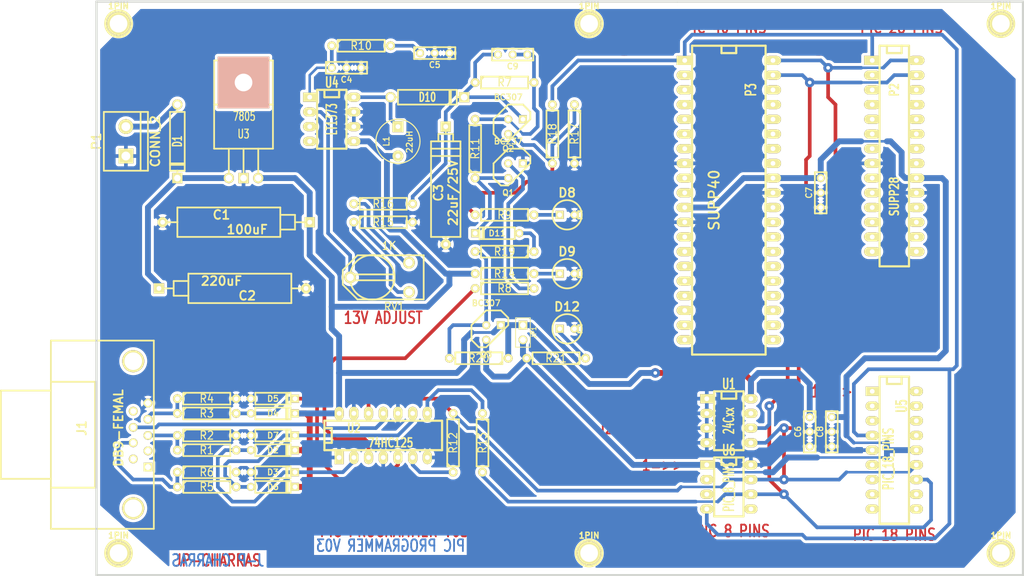
<source format=kicad_pcb>
(kicad_pcb (version 20221018) (generator pcbnew)
  (title_block (title "SERIAL PIC PROGRAMMER"))
  (layers (0 "F.Cu" signal "Composant") (31 "B.Cu" signal "Cuivre") (34 "B.Paste" user) (35 "F.Paste" user) (36 "B.SilkS" user "B.Silkscreen") (37 "F.SilkS" user "F.Silkscreen") (38 "B.Mask" user) (39 "F.Mask" user) (44 "Edge.Cuts" user))
  (net 0 "")
  (net 1 "/pic_programmer/CTS")
  (net 2 "/pic_programmer/TXD")
  (net 3 "GND")
  (net 4 "VCC")
  (net 5 "VPP")
  (net 6 "VCC_PIC")
  (net 7 "/pic_programmer/DTR")
  (net 8 "/pic_programmer/PC-CLOCK-OUT")
  (net 9 "VPP-MCLR")
  (net 10 "CLOCK-RB6")
  (net 11 "DATA-RB7")
  (net 12 "Net-(C2-Pad1)")
  (net 13 "Net-(C4-Pad1)")
  (net 14 "Net-(C5-Pad1)")
  (net 15 "Net-(C9-Pad2)")
  (net 16 "Net-(D1-Pad1)")
  (net 17 "Net-(D2-Pad1)")
  (net 18 "Net-(D4-Pad1)")
  (net 19 "Net-(D6-Pad1)")
  (net 20 "Net-(D8-Pad1)")
  (net 21 "Net-(D9-Pad1)")
  (net 22 "Net-(D10-Pad1)")
  (net 23 "Net-(D11-Pad2)")
  (net 24 "Net-(D11-Pad1)")
  (net 25 "Net-(D12-Pad1)")
  (net 26 "Net-(Q1-Pad2)")
  (net 27 "Net-(Q2-Pad3)")
  (net 28 "Net-(Q3-Pad2)")
  (net 29 "Net-(R8-Pad1)")
  (net 30 "Net-(R12-Pad1)")
  (net 31 "Net-(R13-Pad1)")
  (net 32 "Net-(R15-Pad1)")
  (net 33 "Net-(R16-Pad1)")
  (net 34 "Net-(RV1-Pad2)")
  (footprint "40DIP-ELL600" (layer "F.Cu") (at 182.88 74.93 -90)
    (fp_text reference "P3")
    (fp_text value "SUPP40")
  )
  (footprint "1pin" (layer "F.Cu") (at 229.87 44.45)
    (fp_text reference "1PIN")
    (fp_text value "P***" hide)
  )
  (footprint "1pin" (layer "F.Cu") (at 229.87 135.89)
    (fp_text reference "1PIN")
    (fp_text value "P***" hide)
  )
  (footprint "1pin" (layer "F.Cu") (at 77.47 44.45)
    (fp_text reference "1PIN")
    (fp_text value "P***" hide)
  )
  (footprint "1pin" (layer "F.Cu") (at 77.47 135.89)
    (fp_text reference "1PIN")
    (fp_text value "P***" hide)
  )
  (footprint "1pin" (layer "F.Cu") (at 158.75 135.89)
    (fp_text reference "1PIN")
    (fp_text value "P***" hide)
  )
  (footprint "1pin" (layer "F.Cu") (at 158.75 44.45)
    (fp_text reference "1PIN")
    (fp_text value "P***" hide)
  )
  (footprint "28DIP-ELL300" (layer "F.Cu") (at 211.455 67.31 -90)
    (fp_text reference "P2")
    (fp_text value "SUPP28")
  )
  (footprint "discret:CP10" (layer "F.Cu") (at 97.79 78.74 180)
    (fp_text reference "C1")
    (fp_text value "100uF")
  )
  (footprint "discret:CP10" (layer "F.Cu") (at 97.155 90.17)
    (fp_text reference "C2")
    (fp_text value "220uF")
  )
  (footprint "discret:CP8" (layer "F.Cu") (at 133.985 72.39 -90)
    (fp_text reference "C3")
    (fp_text value "22uF/25V")
  )
  (footprint "discret:C1-1" (layer "F.Cu") (at 116.84 52.07)
    (fp_text reference "C4")
    (fp_text value "0" hide)
  )
  (footprint "discret:C1-1" (layer "F.Cu") (at 132.08 49.53)
    (fp_text reference "C5")
    (fp_text value "10nF" hide)
  )
  (footprint "discret:C1-1" (layer "F.Cu") (at 196.85 114.935 -90)
    (fp_text reference "C6")
    (fp_text value "100nF" hide)
  )
  (footprint "discret:C1-1" (layer "F.Cu") (at 198.755 73.66 -90)
    (fp_text reference "C7")
    (fp_text value "100nF" hide)
  )
  (footprint "discret:C1-1" (layer "F.Cu") (at 200.66 114.935 -90)
    (fp_text reference "C8")
    (fp_text value "100nF" hide)
  )
  (footprint "discret:C1-1" (layer "F.Cu") (at 145.542 49.784)
    (fp_text reference "C9")
    (fp_text value "22OnF" hide)
  )
  (footprint "discret:D5" (layer "F.Cu") (at 87.63 64.77 -90)
    (fp_text reference "D1")
    (fp_text value "1N4004" hide)
  )
  (footprint "discret:D3" (layer "F.Cu") (at 104.14 118.11)
    (fp_text reference "D2")
    (fp_text value "BAT43" hide)
  )
  (footprint "discret:D3" (layer "F.Cu") (at 104.14 121.92)
    (fp_text reference "D3")
    (fp_text value "BAT43" hide)
  )
  (footprint "discret:D3" (layer "F.Cu") (at 104.14 111.76)
    (fp_text reference "D4")
    (fp_text value "BAT43" hide)
  )
  (footprint "discret:D3" (layer "F.Cu") (at 104.14 109.22)
    (fp_text reference "D5")
    (fp_text value "BAT43" hide)
  )
  (footprint "discret:D3" (layer "F.Cu") (at 104.14 124.46)
    (fp_text reference "D6")
    (fp_text value "BAT43" hide)
  )
  (footprint "discret:D3" (layer "F.Cu") (at 104.14 115.57)
    (fp_text reference "D7")
    (fp_text value "BAT43" hide)
  )
  (footprint "discret:LEDV" (layer "F.Cu") (at 154.94 77.47)
    (fp_text reference "D8")
    (fp_text value "RED-LED" hide)
  )
  (footprint "discret:LEDV" (layer "F.Cu") (at 154.94 87.63)
    (fp_text reference "D9")
    (fp_text value "GREEN-LED" hide)
  )
  (footprint "discret:D5" (layer "F.Cu") (at 130.81 57.15)
    (fp_text reference "D10")
    (fp_text value "SCHOTTKY" hide)
  )
  (footprint "discret:D3" (layer "F.Cu") (at 142.875 80.645 180)
    (fp_text reference "D11")
    (fp_text value "BAT43" hide)
  )
  (footprint "discret:LEDV" (layer "F.Cu") (at 154.94 97.155)
    (fp_text reference "D12")
    (fp_text value "YELLOW-LED" hide)
  )
  (footprint "connect:DB9FC" (layer "F.Cu") (at 81.28 115.57 90)
    (fp_text reference "J1")
    (fp_text value "DB9-FEMAL")
  )
  (footprint "pin_array:PIN_ARRAY_2X1" (layer "F.Cu") (at 147.32 97.79 -90)
    (fp_text reference "JP1")
    (fp_text value "JUMPER" hide)
  )
  (footprint "inductors:INDUCTOR_V" (layer "F.Cu") (at 125.73 64.77 -90)
    (fp_text reference "L1")
    (fp_text value "22uH")
  )
  (footprint "connect:bornier2" (layer "F.Cu") (at 78.74 64.77 90)
    (fp_text reference "P1")
    (fp_text value "CONN_2")
  )
  (footprint "discret:TO92" (layer "F.Cu") (at 146.05 69.85)
    (fp_text reference "Q1")
    (fp_text value "BC237")
  )
  (footprint "discret:TO92" (layer "F.Cu") (at 146.05 62.23)
    (fp_text reference "Q2")
    (fp_text value "BC307")
  )
  (footprint "discret:TO92" (layer "F.Cu") (at 142.24 97.79)
    (fp_text reference "Q3")
    (fp_text value "BC307")
  )
  (footprint "discret:R4" (layer "F.Cu") (at 92.71 118.11)
    (fp_text reference "R1")
    (fp_text value "10K" hide)
  )
  (footprint "discret:R4" (layer "F.Cu") (at 92.71 115.57)
    (fp_text reference "R2")
    (fp_text value "10K" hide)
  )
  (footprint "discret:R4" (layer "F.Cu") (at 92.71 111.76)
    (fp_text reference "R3")
    (fp_text value "10K" hide)
  )
  (footprint "discret:R4" (layer "F.Cu") (at 92.71 109.22)
    (fp_text reference "R4")
    (fp_text value "10K" hide)
  )
  (footprint "discret:R4" (layer "F.Cu") (at 92.71 124.46)
    (fp_text reference "R5")
    (fp_text value "10K" hide)
  )
  (footprint "discret:R4" (layer "F.Cu") (at 92.71 121.92)
    (fp_text reference "R6")
    (fp_text value "10K" hide)
  )
  (footprint "discret:R4" (layer "F.Cu") (at 144.145 54.61)
    (fp_text reference "R7")
    (fp_text value "10K" hide)
  )
  (footprint "discret:R4" (layer "F.Cu") (at 144.145 90.17)
    (fp_text reference "R8")
    (fp_text value "1K" hide)
  )
  (footprint "discret:R4" (layer "F.Cu") (at 144.145 77.47)
    (fp_text reference "R9")
    (fp_text value "2.2K" hide)
  )
  (footprint "discret:R4" (layer "F.Cu") (at 119.38 48.26)
    (fp_text reference "R10")
    (fp_text value "5,1K" hide)
  )
  (footprint "discret:R4" (layer "F.Cu") (at 139.065 66.04 90)
    (fp_text reference "R11")
    (fp_text value "22K" hide)
  )
  (footprint "discret:R4" (layer "F.Cu") (at 135.255 116.84 90)
    (fp_text reference "R12")
    (fp_text value "470" hide)
  )
  (footprint "discret:R4" (layer "F.Cu") (at 140.335 116.84 -90)
    (fp_text reference "R13")
    (fp_text value "470" hide)
  )
  (footprint "discret:R4" (layer "F.Cu") (at 144.145 87.63)
    (fp_text reference "R14")
    (fp_text value "470" hide)
  )
  (footprint "discret:R4" (layer "F.Cu") (at 123.19 78.74)
    (fp_text reference "R15")
    (fp_text value "6.2K" hide)
  )
  (footprint "discret:R4" (layer "F.Cu") (at 123.19 75.565)
    (fp_text reference "R16")
    (fp_text value "62K" hide)
  )
  (footprint "discret:R4" (layer "F.Cu") (at 156.21 63.5 -90)
    (fp_text reference "R17")
    (fp_text value "22K" hide)
  )
  (footprint "discret:R4" (layer "F.Cu") (at 152.4 63.5 90)
    (fp_text reference "R18")
    (fp_text value "220" hide)
  )
  (footprint "discret:R4" (layer "F.Cu") (at 144.145 83.82 180)
    (fp_text reference "R19")
    (fp_text value "2.2K" hide)
  )
  (footprint "discret:R4" (layer "F.Cu") (at 139.7 102.235 180)
    (fp_text reference "R20")
    (fp_text value "2.2K" hide)
  )
  (footprint "discret:R4" (layer "F.Cu") (at 153.035 102.235 180)
    (fp_text reference "R21")
    (fp_text value "470" hide)
  )
  (footprint "discret:RV2X4" (layer "F.Cu") (at 122.555 88.265 180)
    (fp_text reference "RV1")
    (fp_text value "1K")
  )
  (footprint "dip_sockets:DIP-8__300_ELL" (layer "F.Cu") (at 182.88 113.03 -90)
    (fp_text reference "U1")
    (fp_text value "24Cxx")
  )
  (footprint "dip_sockets:DIP-14__300_ELL" (layer "F.Cu") (at 123.19 115.57)
    (fp_text reference "U2")
    (fp_text value "74HC125")
  )
  (footprint "discret:LM78XX" (layer "F.Cu") (at 99.06 71.12 90)
    (fp_text reference "U3")
    (fp_text value "7805")
  )
  (footprint "dip_sockets:DIP-8__300_ELL" (layer "F.Cu") (at 114.3 60.96 -90)
    (fp_text reference "U4")
    (fp_text value "LT1373")
  )
  (footprint "dip_sockets:DIP-18__300_ELL" (layer "F.Cu") (at 211.455 118.11 -90)
    (fp_text reference "U5")
    (fp_text value "PIC_18_PINS")
  )
  (footprint "dip_sockets:DIP-8__300_ELL" (layer "F.Cu") (at 182.88 124.46 -90)
    (fp_text reference "U6")
    (fp_text value "PIC_8_PINS")
  )
  (gr_line (start 173.99 40.64) (end 233.68 40.64) (stroke (width 0.381)) (layer "Edge.Cuts"))
  (gr_line (start 233.68 40.64) (end 233.68 139.7) (stroke (width 0.381)) (layer "Edge.Cuts"))
  (gr_line (start 233.68 139.7) (end 73.66 139.7) (stroke (width 0.381)) (layer "Edge.Cuts"))
  (gr_line (start 73.66 40.64) (end 173.99 40.64) (stroke (width 0.381)) (layer "Edge.Cuts"))
  (gr_line (start 73.66 139.7) (end 73.66 40.64) (stroke (width 0.381)) (layer "Edge.Cuts"))
  (gr_text "PIC 18 PINS" (at 211.455 132.715) (layer "F.Cu") (effects (font (size 2.032 1.524) (thickness 0.3048))))
  (gr_text "PIC PROGRAMMER V03" (at 125.095 132.08) (layer "F.Cu") (effects (font (size 2.032 1.524) (thickness 0.3048))))
  (gr_text "+8/12V" (at 80.01 57.15) (layer "F.Cu") (effects (font (size 2.032 1.524) (thickness 0.3048))))
  (gr_text "13V ADJUST" (at 123.19 95.25) (layer "F.Cu") (effects (font (size 2.032 1.524) (thickness 0.3048))))
  (gr_text "VPP ON" (at 163.195 80.645) (layer "F.Cu") (effects (font (size 2.032 1.524) (thickness 0.3048))))
  (gr_text "1=>>" (at 201.295 48.895) (layer "F.Cu") (effects (font (size 2.032 1.524) (thickness 0.3048))))
  (gr_text "PIC 40 PINS" (at 182.245 45.085) (layer "F.Cu") (effects (font (size 2.032 1.524) (thickness 0.3048))))
  (gr_text "1=>>" (at 167.64 48.895) (layer "F.Cu") (effects (font (size 2.032 1.524) (thickness 0.3048))))
  (gr_text "1=>>" (at 200.66 107.95) (layer "F.Cu") (effects (font (size 2.032 1.524) (thickness 0.3048))))
  (gr_text "VCC ON" (at 163.83 98.425) (layer "F.Cu") (effects (font (size 2.032 1.524) (thickness 0.3048))))
  (gr_text "I2C PROM" (at 166.37 114.3) (layer "F.Cu") (effects (font (size 2.032 1.524) (thickness 0.3048))))
  (gr_text "PIC 28 PINS" (at 212.725 45.085) (layer "F.Cu") (effects (font (size 2.032 1.524) (thickness 0.3048))))
  (gr_text "1=>>" (at 171.45 109.22) (layer "F.Cu") (effects (font (size 2.032 1.524) (thickness 0.3048))))
  (gr_text "1=>>" (at 171.45 120.65) (layer "F.Cu") (effects (font (size 2.032 1.524) (thickness 0.3048))))
  (gr_text "PWR ON" (at 163.83 88.9) (layer "F.Cu") (effects (font (size 2.032 1.524) (thickness 0.3048))))
  (gr_text "JP-CHARRAS" (at 94.615 137.16) (layer "F.Cu") (effects (font (size 2.032 1.524) (thickness 0.3048))))
  (gr_text "PIC 8 PINS" (at 183.515 132.08) (layer "F.Cu") (effects (font (size 2.032 1.524) (thickness 0.3048))))
  (gr_text "PIC PROGRAMMER V03" (at 124.46 134.62) (layer "B.Cu") (effects (font (size 2.032 1.524) (thickness 0.3048)) (justify mirror)))
  (gr_text "J-P CHARRAS" (at 94.615 137.16) (layer "B.Cu") (effects (font (size 2.032 1.524) (thickness 0.3048)) (justify mirror)))
  (segment (start 84.455 113.665) (end 112.395 113.665) (width 0.635) (layer "B.Cu") (net 1))
  (segment (start 113.03 114.3) (end 121.92 114.3) (width 0.635) (layer "B.Cu") (net 1))
  (segment (start 123.19 113.03) (end 123.19 111.76) (width 0.635) (layer "B.Cu") (net 1))
  (segment (start 80.01 114.173) (end 83.947 114.173) (width 0.635) (layer "B.Cu") (net 1))
  (segment (start 121.92 114.3) (end 123.19 113.03) (width 0.635) (layer "B.Cu") (net 1))
  (segment (start 83.947 114.173) (end 84.455 113.665) (width 0.635) (layer "B.Cu") (net 1))
  (segment (start 112.395 113.665) (end 113.03 114.3) (width 0.635) (layer "B.Cu") (net 1))
  (segment (start 87.63 118.11) (end 87.63 115.57) (width 0.635) (layer "B.Cu") (net 2))
  (segment (start 87.63 115.57) (end 82.55 115.57) (width 0.635) (layer "B.Cu") (net 2))
  (segment (start 170.18 104.775) (end 185.42 104.775) (width 1.016) (layer "F.Cu") (net 4))
  (segment (start 109.22 118.11) (end 107.95 118.11) (width 1.016) (layer "F.Cu") (net 4))
  (segment (start 109.855 111.76) (end 110.49 112.395) (width 1.016) (layer "F.Cu") (net 4))
  (segment (start 110.49 119.38) (end 110.49 123.825) (width 1.016) (layer "F.Cu") (net 4))
  (segment (start 109.855 124.46) (end 107.95 124.46) (width 1.016) (layer "F.Cu") (net 4))
  (segment (start 186.69 106.045) (end 186.69 109.22) (width 1.016) (layer "F.Cu") (net 4))
  (segment (start 107.95 111.76) (end 109.855 111.76) (width 1.016) (layer "F.Cu") (net 4))
  (segment (start 185.42 104.775) (end 186.69 106.045) (width 1.016) (layer "F.Cu") (net 4))
  (segment (start 109.22 118.11) (end 110.49 119.38) (width 1.016) (layer "F.Cu") (net 4))
  (segment (start 110.49 116.84) (end 109.22 118.11) (width 1.016) (layer "F.Cu") (net 4))
  (segment (start 110.49 112.395) (end 110.49 116.84) (width 1.016) (layer "F.Cu") (net 4))
  (segment (start 110.49 123.825) (end 109.855 124.46) (width 1.016) (layer "F.Cu") (net 4))
  (via (at 170.18 104.775) (size 1.651) (drill 0.635) (layers "F.Cu" "B.Cu") (net 4))
  (segment (start 137.16 99.06) (end 137.16 103.505) (width 1.016) (layer "B.Cu") (net 4))
  (segment (start 123.825 67.31) (end 123.19 67.31) (width 1.016) (layer "B.Cu") (net 4))
  (segment (start 144.78 102.235) (end 144.78 96.52) (width 1.016) (layer "B.Cu") (net 4))
  (segment (start 196.85 112.395) (end 196.85 106.68) (width 1.016) (layer "B.Cu") (net 4))
  (segment (start 167.64 104.775) (end 170.18 104.775) (width 1.016) (layer "B.Cu") (net 4))
  (segment (start 142.24 97.79) (end 138.43 97.79) (width 0.4826) (layer "B.Cu") (net 4))
  (segment (start 158.75 106.68) (end 165.735 106.68) (width 1.016) (layer "B.Cu") (net 4))
  (segment (start 134.62 87.63) (end 133.985 87.63) (width 1.016) (layer "B.Cu") (net 4))
  (segment (start 115.57 111.76) (end 115.57 104.775) (width 1.016) (layer "B.Cu") (net 4))
  (segment (start 123.19 67.31) (end 120.65 64.77) (width 1.016) (layer "B.Cu") (net 4))
  (segment (start 133.985 87.63) (end 126.365 80.01) (width 1.016) (layer "B.Cu") (net 4))
  (segment (start 123.825 79.375) (end 123.825 67.31) (width 1.016) (layer "B.Cu") (net 4))
  (segment (start 115.57 98.425) (end 115.57 104.775) (width 1.016) (layer "B.Cu") (net 4))
  (segment (start 144.78 96.52) (end 147.32 96.52) (width 1.016) (layer "B.Cu") (net 4))
  (segment (start 114.3 93.345) (end 130.81 93.345) (width 1.016) (layer "B.Cu") (net 4))
  (segment (start 110.49 84.455) (end 114.3 88.265) (width 1.016) (layer "B.Cu") (net 4))
  (segment (start 126.365 80.01) (end 124.46 80.01) (width 1.016) (layer "B.Cu") (net 4))
  (segment (start 107.95 111.76) (end 115.57 111.76) (width 1.016) (layer "B.Cu") (net 4))
  (segment (start 110.49 78.74) (end 110.49 84.455) (width 1.016) (layer "B.Cu") (net 4))
  (segment (start 118.11 64.77) (end 120.65 64.77) (width 1.016) (layer "B.Cu") (net 4))
  (segment (start 147.32 96.52) (end 148.59 96.52) (width 1.016) (layer "B.Cu") (net 4))
  (segment (start 138.43 97.79) (end 137.16 99.06) (width 1.016) (layer "B.Cu") (net 4))
  (segment (start 124.46 80.01) (end 123.825 79.375) (width 1.016) (layer "B.Cu") (net 4))
  (segment (start 135.89 104.775) (end 115.57 104.775) (width 1.016) (layer "B.Cu") (net 4))
  (segment (start 165.735 106.68) (end 167.64 104.775) (width 1.016) (layer "B.Cu") (net 4))
  (segment (start 110.49 78.74) (end 110.49 73.66) (width 1.016) (layer "B.Cu") (net 4))
  (segment (start 110.49 73.66) (end 107.95 71.12) (width 1.016) (layer "B.Cu") (net 4))
  (segment (start 139.065 87.63) (end 134.62 87.63) (width 1.016) (layer "B.Cu") (net 4))
  (segment (start 143.51 96.52) (end 144.78 96.52) (width 1.016) (layer "B.Cu") (net 4))
  (segment (start 143.51 96.52) (end 142.24 97.79) (width 1.016) (layer "B.Cu") (net 4))
  (segment (start 114.3 93.345) (end 114.3 97.155) (width 1.016) (layer "B.Cu") (net 4))
  (segment (start 148.59 96.52) (end 158.75 106.68) (width 1.016) (layer "B.Cu") (net 4))
  (segment (start 130.81 93.345) (end 134.62 89.535) (width 1.016) (layer "B.Cu") (net 4))
  (segment (start 187.96 104.775) (end 194.945 104.775) (width 1.016) (layer "B.Cu") (net 4))
  (segment (start 134.62 89.535) (end 134.62 87.63) (width 1.016) (layer "B.Cu") (net 4))
  (segment (start 137.16 103.505) (end 135.89 104.775) (width 1.016) (layer "B.Cu") (net 4))
  (segment (start 114.3 88.265) (end 114.3 93.345) (width 1.016) (layer "B.Cu") (net 4))
  (segment (start 196.85 106.68) (end 194.945 104.775) (width 1.016) (layer "B.Cu") (net 4))
  (segment (start 186.69 109.22) (end 186.69 106.045) (width 1.016) (layer "B.Cu") (net 4))
  (segment (start 114.3 97.155) (end 115.57 98.425) (width 1.016) (layer "B.Cu") (net 4))
  (segment (start 186.69 106.045) (end 187.96 104.775) (width 1.016) (layer "B.Cu") (net 4))
  (segment (start 101.6 71.12) (end 107.95 71.12) (width 1.016) (layer "B.Cu") (net 4))
  (segment (start 125.73 67.31) (end 123.825 67.31) (width 1.016) (layer "B.Cu") (net 4))
  (segment (start 133.985 62.23) (end 133.985 68.58) (width 0.635) (layer "B.Cu") (net 5))
  (segment (start 139.065 51.181) (end 140.462 49.784) (width 0.635) (layer "B.Cu") (net 5))
  (segment (start 139.065 54.61) (end 139.065 51.181) (width 0.635) (layer "B.Cu") (net 5))
  (segment (start 133.985 68.58) (end 128.27 74.295) (width 0.635) (layer "B.Cu") (net 5))
  (segment (start 136.525 57.15) (end 133.985 59.69) (width 0.635) (layer "B.Cu") (net 5))
  (segment (start 140.462 49.784) (end 143.002 49.784) (width 0.635) (layer "B.Cu") (net 5))
  (segment (start 137.16 57.15) (end 143.51 57.15) (width 0.635) (layer "B.Cu") (net 5))
  (segment (start 136.525 57.15) (end 137.16 57.15) (width 0.635) (layer "B.Cu") (net 5))
  (segment (start 133.985 62.23) (end 133.985 59.69) (width 0.635) (layer "B.Cu") (net 5))
  (segment (start 137.16 57.15) (end 137.16 56.515) (width 0.635) (layer "B.Cu") (net 5))
  (segment (start 137.16 56.515) (end 139.065 54.61) (width 0.635) (layer "B.Cu") (net 5))
  (segment (start 128.27 74.295) (end 128.27 75.565) (width 0.635) (layer "B.Cu") (net 5))
  (segment (start 143.51 57.15) (end 147.32 60.96) (width 0.635) (layer "B.Cu") (net 5))
  (segment (start 203.2 112.395) (end 203.2 115.57) (width 1.016) (layer "B.Cu") (net 6))
  (segment (start 200.66 112.395) (end 203.2 112.395) (width 1.016) (layer "B.Cu") (net 6))
  (segment (start 219.075 102.235) (end 220.345 100.965) (width 1.016) (layer "B.Cu") (net 6))
  (segment (start 203.2 105.41) (end 203.2 112.395) (width 1.016) (layer "B.Cu") (net 6))
  (segment (start 210.185 118.11) (end 210.185 116.84) (width 1.016) (layer "B.Cu") (net 6))
  (segment (start 210.185 64.77) (end 210.82 64.77) (width 1.016) (layer "B.Cu") (net 6))
  (segment (start 140.97 104.14) (end 142.24 105.41) (width 1.016) (layer "B.Cu") (net 6))
  (segment (start 203.2 115.57) (end 204.47 116.84) (width 0.635) (layer "B.Cu") (net 6))
  (segment (start 190.5 121.92) (end 193.04 119.38) (width 1.016) (layer "B.Cu") (net 6))
  (segment (start 205.74 64.77) (end 210.185 64.77) (width 0.4318) (layer "B.Cu") (net 6))
  (segment (start 220.345 71.755) (end 219.71 71.12) (width 1.016) (layer "B.Cu") (net 6))
  (segment (start 190.5 71.12) (end 198.755 71.12) (width 1.016) (layer "B.Cu") (net 6))
  (segment (start 219.71 71.12) (end 215.265 71.12) (width 1.016) (layer "B.Cu") (net 6))
  (segment (start 201.93 64.77) (end 205.74 64.77) (width 1.016) (layer "B.Cu") (net 6))
  (segment (start 198.12 119.38) (end 210.185 119.38) (width 0.4318) (layer "B.Cu") (net 6))
  (segment (start 140.97 99.06) (end 140.97 104.14) (width 1.016) (layer "B.Cu") (net 6))
  (segment (start 180.975 120.65) (end 182.245 121.92) (width 1.016) (layer "B.Cu") (net 6))
  (segment (start 210.185 119.38) (end 210.185 118.11) (width 1.016) (layer "B.Cu") (net 6))
  (segment (start 198.755 71.12) (end 198.755 67.945) (width 1.016) (layer "B.Cu") (net 6))
  (segment (start 204.47 116.84) (end 210.185 116.84) (width 0.4318) (layer "B.Cu") (net 6))
  (segment (start 182.245 121.92) (end 189.23 121.92) (width 0.4318) (layer "B.Cu") (net 6))
  (segment (start 210.185 118.11) (end 215.265 118.11) (width 1.016) (layer "B.Cu") (net 6))
  (segment (start 142.24 105.41) (end 144.78 105.41) (width 1.016) (layer "B.Cu") (net 6))
  (segment (start 166.37 120.65) (end 147.955 102.235) (width 1.016) (layer "B.Cu") (net 6))
  (segment (start 203.2 105.41) (end 206.375 102.235) (width 1.016) (layer "B.Cu") (net 6))
  (segment (start 213.36 71.12) (end 215.265 71.12) (width 1.016) (layer "B.Cu") (net 6))
  (segment (start 220.345 100.965) (end 220.345 71.755) (width 1.016) (layer "B.Cu") (net 6))
  (segment (start 147.32 101.6) (end 147.955 102.235) (width 1.016) (layer "B.Cu") (net 6))
  (segment (start 193.04 119.38) (end 198.12 119.38) (width 1.016) (layer "B.Cu") (net 6))
  (segment (start 185.42 71.12) (end 190.5 71.12) (width 1.016) (layer "B.Cu") (net 6))
  (segment (start 212.725 66.675) (end 212.725 70.485) (width 1.016) (layer "B.Cu") (net 6))
  (segment (start 210.82 64.77) (end 212.725 66.675) (width 1.016) (layer "B.Cu") (net 6))
  (segment (start 175.26 76.2) (end 180.34 76.2) (width 1.016) (layer "B.Cu") (net 6))
  (segment (start 189.23 121.92) (end 190.5 121.92) (width 1.016) (layer "B.Cu") (net 6))
  (segment (start 144.78 105.41) (end 147.955 102.235) (width 1.016) (layer "B.Cu") (net 6))
  (segment (start 147.32 99.06) (end 147.32 101.6) (width 1.016) (layer "B.Cu") (net 6))
  (segment (start 206.375 102.235) (end 219.075 102.235) (width 1.016) (layer "B.Cu") (net 6))
  (segment (start 212.725 70.485) (end 213.36 71.12) (width 1.016) (layer "B.Cu") (net 6))
  (segment (start 179.07 120.65) (end 166.37 120.65) (width 1.016) (layer "B.Cu") (net 6))
  (segment (start 198.755 67.945) (end 201.93 64.77) (width 1.016) (layer "B.Cu") (net 6))
  (segment (start 179.07 120.65) (end 180.975 120.65) (width 1.016) (layer "B.Cu") (net 6))
  (segment (start 180.34 76.2) (end 185.42 71.12) (width 1.016) (layer "B.Cu") (net 6))
  (segment (start 82.55 112.776) (end 82.55 112.395) (width 0.635) (layer "B.Cu") (net 7))
  (segment (start 82.55 112.395) (end 83.185 111.76) (width 0.635) (layer "B.Cu") (net 7))
  (segment (start 83.185 111.76) (end 87.63 111.76) (width 0.635) (layer "B.Cu") (net 7))
  (segment (start 87.63 111.76) (end 87.63 109.22) (width 0.635) (layer "B.Cu") (net 7))
  (segment (start 80.01 123.19) (end 85.09 123.19) (width 0.635) (layer "B.Cu") (net 8))
  (segment (start 86.36 124.46) (end 87.63 124.46) (width 0.635) (layer "B.Cu") (net 8))
  (segment (start 77.47 117.475) (end 77.47 120.65) (width 0.635) (layer "B.Cu") (net 8))
  (segment (start 85.09 123.19) (end 86.36 124.46) (width 0.635) (layer "B.Cu") (net 8))
  (segment (start 77.47 120.65) (end 80.01 123.19) (width 0.635) (layer "B.Cu") (net 8))
  (segment (start 78.105 116.84) (end 77.47 117.475) (width 0.635) (layer "B.Cu") (net 8))
  (segment (start 87.63 124.46) (end 87.63 121.92) (width 0.635) (layer "B.Cu") (net 8))
  (segment (start 80.01 116.84) (end 78.105 116.84) (width 0.635) (layer "B.Cu") (net 8))
  (segment (start 207.645 50.8) (end 207.645 46.355) (width 0.635) (layer "B.Cu") (net 9))
  (segment (start 221.615 104.14) (end 222.25 103.505) (width 0.635) (layer "B.Cu") (net 9))
  (segment (start 204.47 106.68) (end 207.01 104.14) (width 0.635) (layer "B.Cu") (net 9))
  (segment (start 218.44 133.35) (end 220.98 130.81) (width 0.635) (layer "B.Cu") (net 9))
  (segment (start 152.4 55.245) (end 152.4 58.42) (width 0.635) (layer "B.Cu") (net 9))
  (segment (start 207.645 46.355) (end 176.53 46.355) (width 0.635) (layer "B.Cu") (net 9))
  (segment (start 205.105 115.57) (end 204.47 114.935) (width 0.635) (layer "B.Cu") (net 9))
  (segment (start 221.615 104.14) (end 220.98 104.14) (width 0.635) (layer "B.Cu") (net 9))
  (segment (start 175.26 50.8) (end 175.26 47.625) (width 0.635) (layer "B.Cu") (net 9))
  (segment (start 156.845 50.8) (end 152.4 55.245) (width 0.635) (layer "B.Cu") (net 9))
  (segment (start 220.98 130.81) (end 220.98 104.14) (width 0.635) (layer "B.Cu") (net 9))
  (segment (start 195.58 132.715) (end 196.215 133.35) (width 0.635) (layer "B.Cu") (net 9))
  (segment (start 195.58 132.715) (end 180.975 132.715) (width 0.635) (layer "B.Cu") (net 9))
  (segment (start 207.01 104.14) (end 220.98 104.14) (width 0.635) (layer "B.Cu") (net 9))
  (segment (start 175.26 47.625) (end 176.53 46.355) (width 0.635) (layer "B.Cu") (net 9))
  (segment (start 219.71 46.355) (end 207.645 46.355) (width 0.635) (layer "B.Cu") (net 9))
  (segment (start 222.25 48.895) (end 219.71 46.355) (width 0.635) (layer "B.Cu") (net 9))
  (segment (start 156.845 50.8) (end 175.26 50.8) (width 0.635) (layer "B.Cu") (net 9))
  (segment (start 204.47 114.935) (end 204.47 106.68) (width 0.635) (layer "B.Cu") (net 9))
  (segment (start 179.07 130.81) (end 180.975 132.715) (width 0.635) (layer "B.Cu") (net 9))
  (segment (start 207.645 115.57) (end 205.105 115.57) (width 0.635) (layer "B.Cu") (net 9))
  (segment (start 196.215 133.35) (end 218.44 133.35) (width 0.635) (layer "B.Cu") (net 9))
  (segment (start 179.07 130.81) (end 179.07 128.27) (width 0.635) (layer "B.Cu") (net 9))
  (segment (start 222.25 48.895) (end 222.25 103.505) (width 0.635) (layer "B.Cu") (net 9))
  (segment (start 196.215 72.39) (end 196.215 67.945) (width 0.635) (layer "F.Cu") (net 10))
  (segment (start 193.04 107.315) (end 189.865 110.49) (width 0.635) (layer "F.Cu") (net 10))
  (segment (start 193.04 75.565) (end 196.215 72.39) (width 0.635) (layer "F.Cu") (net 10))
  (segment (start 189.865 123.19) (end 192.405 125.73) (width 0.635) (layer "F.Cu") (net 10))
  (segment (start 196.85 67.31) (end 196.85 54.61) (width 0.635) (layer "F.Cu") (net 10))
  (segment (start 189.865 110.49) (end 189.865 123.19) (width 0.635) (layer "F.Cu") (net 10))
  (segment (start 193.04 107.315) (end 193.04 75.565) (width 0.635) (layer "F.Cu") (net 10))
  (segment (start 196.215 67.945) (end 196.85 67.31) (width 0.635) (layer "F.Cu") (net 10))
  (via (at 189.865 110.49) (size 1.651) (drill 0.635) (layers "F.Cu" "B.Cu") (net 10))
  (via (at 192.405 125.73) (size 1.651) (drill 0.635) (layers "F.Cu" "B.Cu") (net 10))
  (via (at 196.85 54.61) (size 1.651) (drill 0.635) (layers "F.Cu" "B.Cu") (net 10))
  (segment (start 195.58 53.34) (end 196.85 54.61) (width 0.635) (layer "B.Cu") (net 10))
  (segment (start 189.23 114.3) (end 186.69 114.3) (width 0.635) (layer "B.Cu") (net 10))
  (segment (start 189.865 113.665) (end 189.23 114.3) (width 0.635) (layer "B.Cu") (net 10))
  (segment (start 210.185 54.61) (end 208.915 54.61) (width 0.635) (layer "B.Cu") (net 10))
  (segment (start 186.69 125.73) (end 192.405 125.73) (width 0.635) (layer "B.Cu") (net 10))
  (segment (start 205.74 54.61) (end 208.915 54.61) (width 0.4318) (layer "B.Cu") (net 10))
  (segment (start 182.245 125.73) (end 186.69 125.73) (width 0.635) (layer "B.Cu") (net 10))
  (segment (start 216.535 131.445) (end 217.805 130.175) (width 0.635) (layer "B.Cu") (net 10))
  (segment (start 192.405 125.73) (end 198.12 131.445) (width 0.635) (layer "B.Cu") (net 10))
  (segment (start 182.245 125.73) (end 180.975 127) (width 0.635) (layer "B.Cu") (net 10))
  (segment (start 177.165 127) (end 180.975 127) (width 0.4318) (layer "B.Cu") (net 10))
  (segment (start 140.335 121.92) (end 140.335 122.555) (width 0.635) (layer "B.Cu") (net 10))
  (segment (start 140.335 122.555) (end 144.78 127) (width 0.635) (layer "B.Cu") (net 10))
  (segment (start 190.5 53.34) (end 195.58 53.34) (width 0.635) (layer "B.Cu") (net 10))
  (segment (start 196.85 54.61) (end 205.74 54.61) (width 0.635) (layer "B.Cu") (net 10))
  (segment (start 211.455 53.34) (end 215.265 53.34) (width 0.635) (layer "B.Cu") (net 10))
  (segment (start 211.455 53.34) (end 210.185 54.61) (width 0.635) (layer "B.Cu") (net 10))
  (segment (start 217.805 130.175) (end 217.805 123.825) (width 0.635) (layer "B.Cu") (net 10))
  (segment (start 217.805 123.825) (end 217.17 123.19) (width 0.635) (layer "B.Cu") (net 10))
  (segment (start 217.17 123.19) (end 215.265 123.19) (width 0.635) (layer "B.Cu") (net 10))
  (segment (start 198.12 131.445) (end 216.535 131.445) (width 0.635) (layer "B.Cu") (net 10))
  (segment (start 189.865 110.49) (end 189.865 113.665) (width 0.635) (layer "B.Cu") (net 10))
  (segment (start 144.78 127) (end 177.165 127) (width 0.635) (layer "B.Cu") (net 10))
  (segment (start 200.025 57.15) (end 200.025 52.07) (width 0.635) (layer "F.Cu") (net 11))
  (segment (start 120.65 109.855) (end 121.285 109.22) (width 0.635) (layer "F.Cu") (net 11))
  (segment (start 194.945 113.665) (end 194.31 114.3) (width 0.635) (layer "F.Cu") (net 11))
  (segment (start 201.295 85.09) (end 194.945 91.44) (width 0.635) (layer "F.Cu") (net 11))
  (segment (start 194.31 114.3) (end 192.405 114.3) (width 0.635) (layer "F.Cu") (net 11))
  (segment (start 194.945 91.44) (end 194.945 113.665) (width 0.635) (layer "F.Cu") (net 11))
  (segment (start 192.405 114.3) (end 192.405 123.19) (width 0.635) (layer "F.Cu") (net 11))
  (segment (start 200.025 57.15) (end 201.295 58.42) (width 0.635) (layer "F.Cu") (net 11))
  (segment (start 121.285 109.22) (end 132.715 109.22) (width 0.635) (layer "F.Cu") (net 11))
  (segment (start 132.715 109.22) (end 135.255 111.76) (width 0.635) (layer "F.Cu") (net 11))
  (segment (start 120.65 111.76) (end 120.65 109.855) (width 0.635) (layer "F.Cu") (net 11))
  (segment (start 201.295 58.42) (end 201.295 85.09) (width 0.635) (layer "F.Cu") (net 11))
  (via (at 200.025 52.07) (size 1.651) (drill 0.635) (layers "F.Cu" "B.Cu") (net 11))
  (via (at 192.405 123.19) (size 1.651) (drill 0.635) (layers "F.Cu" "B.Cu") (net 11))
  (via (at 192.405 114.3) (size 1.651) (drill 0.635) (layers "F.Cu" "B.Cu") (net 11))
  (segment (start 201.93 123.19) (end 203.2 121.92) (width 0.635) (layer "B.Cu") (net 11))
  (segment (start 149.86 125.095) (end 173.99 125.095) (width 0.635) (layer "B.Cu") (net 11))
  (segment (start 209.55 52.07) (end 210.82 50.8) (width 0.635) (layer "B.Cu") (net 11))
  (segment (start 192.405 114.3) (end 191.77 114.3) (width 0.635) (layer "B.Cu") (net 11))
  (segment (start 137.795 114.3) (end 139.065 114.3) (width 0.635) (layer "B.Cu") (net 11))
  (segment (start 173.99 125.095) (end 174.625 124.46) (width 0.635) (layer "B.Cu") (net 11))
  (segment (start 200.025 52.07) (end 205.74 52.07) (width 0.635) (layer "B.Cu") (net 11))
  (segment (start 213.995 121.92) (end 215.265 120.65) (width 0.635) (layer "B.Cu") (net 11))
  (segment (start 203.2 121.92) (end 213.995 121.92) (width 0.4318) (layer "B.Cu") (net 11))
  (segment (start 186.69 123.19) (end 192.405 123.19) (width 0.635) (layer "B.Cu") (net 11))
  (segment (start 192.405 123.19) (end 201.93 123.19) (width 0.635) (layer "B.Cu") (net 11))
  (segment (start 139.065 114.3) (end 149.86 125.095) (width 0.635) (layer "B.Cu") (net 11))
  (segment (start 215.265 50.8) (end 210.82 50.8) (width 0.635) (layer "B.Cu") (net 11))
  (segment (start 182.88 123.19) (end 186.69 123.19) (width 0.635) (layer "B.Cu") (net 11))
  (segment (start 189.23 116.84) (end 186.69 116.84) (width 0.635) (layer "B.Cu") (net 11))
  (segment (start 191.77 114.3) (end 189.23 116.84) (width 0.635) (layer "B.Cu") (net 11))
  (segment (start 205.74 52.07) (end 209.55 52.07) (width 0.4318) (layer "B.Cu") (net 11))
  (segment (start 190.5 50.8) (end 198.755 50.8) (width 0.635) (layer "B.Cu") (net 11))
  (segment (start 135.255 111.76) (end 137.795 114.3) (width 0.635) (layer "B.Cu") (net 11))
  (segment (start 198.755 50.8) (end 200.025 52.07) (width 0.635) (layer "B.Cu") (net 11))
  (segment (start 174.625 124.46) (end 181.61 124.46) (width 0.4318) (layer "B.Cu") (net 11))
  (segment (start 181.61 124.46) (end 182.88 123.19) (width 0.635) (layer "B.Cu") (net 11))
  (segment (start 82.55 76.2) (end 87.63 71.12) (width 1.016) (layer "B.Cu") (net 12))
  (segment (start 84.455 89.535) (end 82.55 87.63) (width 1.016) (layer "B.Cu") (net 12))
  (segment (start 87.63 71.12) (end 96.52 71.12) (width 1.016) (layer "B.Cu") (net 12))
  (segment (start 82.55 87.63) (end 82.55 76.2) (width 1.016) (layer "B.Cu") (net 12))
  (segment (start 84.455 90.17) (end 84.455 89.535) (width 1.016) (layer "B.Cu") (net 12))
  (segment (start 111.76 52.07) (end 114.3 52.07) (width 0.4318) (layer "B.Cu") (net 13))
  (segment (start 114.3 48.26) (end 114.3 52.07) (width 0.635) (layer "B.Cu") (net 13))
  (segment (start 110.49 53.34) (end 111.76 52.07) (width 0.4318) (layer "B.Cu") (net 13))
  (segment (start 110.49 57.15) (end 110.49 53.34) (width 0.4318) (layer "B.Cu") (net 13))
  (segment (start 128.27 48.26) (end 129.54 49.53) (width 0.635) (layer "B.Cu") (net 14))
  (segment (start 124.46 48.26) (end 128.27 48.26) (width 0.635) (layer "B.Cu") (net 14))
  (segment (start 149.86 62.23) (end 148.59 63.5) (width 0.635) (layer "B.Cu") (net 15))
  (segment (start 148.59 63.5) (end 147.32 63.5) (width 0.635) (layer "B.Cu") (net 15))
  (segment (start 149.86 59.69) (end 149.86 62.23) (width 0.635) (layer "B.Cu") (net 15))
  (segment (start 144.78 60.96) (end 139.065 60.96) (width 0.635) (layer "B.Cu") (net 15))
  (segment (start 145.542 49.784) (end 148.082 49.784) (width 0.635) (layer "B.Cu") (net 15))
  (segment (start 144.78 60.96) (end 147.32 63.5) (width 0.4318) (layer "B.Cu") (net 15))
  (segment (start 148.082 49.784) (end 148.844 49.784) (width 0.635) (layer "B.Cu") (net 15))
  (segment (start 148.844 49.784) (end 149.225 50.165) (width 0.635) (layer "B.Cu") (net 15))
  (segment (start 149.225 54.61) (end 149.225 59.055) (width 0.635) (layer "B.Cu") (net 15))
  (segment (start 149.225 59.055) (end 149.86 59.69) (width 0.635) (layer "B.Cu") (net 15))
  (segment (start 149.225 50.165) (end 149.225 54.61) (width 0.635) (layer "B.Cu") (net 15))
  (segment (start 83.82 62.23) (end 87.63 58.42) (width 1.016) (layer "B.Cu") (net 16))
  (segment (start 78.74 62.23) (end 83.82 62.23) (width 1.016) (layer "B.Cu") (net 16))
  (segment (start 116.205 121.92) (end 118.11 120.015) (width 0.635) (layer "B.Cu") (net 17))
  (segment (start 118.11 120.015) (end 118.11 119.38) (width 0.635) (layer "B.Cu") (net 17))
  (segment (start 97.155 127) (end 100.965 127) (width 0.635) (layer "B.Cu") (net 17))
  (segment (start 106.045 121.92) (end 107.95 121.92) (width 0.635) (layer "B.Cu") (net 17))
  (segment (start 107.95 121.92) (end 116.205 121.92) (width 0.635) (layer "B.Cu") (net 17))
  (segment (start 97.79 118.11) (end 95.885 118.11) (width 0.635) (layer "B.Cu") (net 17))
  (segment (start 94.615 119.38) (end 94.615 124.46) (width 0.635) (layer "B.Cu") (net 17))
  (segment (start 95.885 118.11) (end 94.615 119.38) (width 0.635) (layer "B.Cu") (net 17))
  (segment (start 94.615 124.46) (end 97.155 127) (width 0.635) (layer "B.Cu") (net 17))
  (segment (start 100.965 127) (end 106.045 121.92) (width 0.635) (layer "B.Cu") (net 17))
  (segment (start 100.33 118.11) (end 97.79 118.11) (width 0.635) (layer "B.Cu") (net 17))
  (segment (start 115.57 123.19) (end 123.19 123.19) (width 0.635) (layer "F.Cu") (net 18))
  (segment (start 123.19 123.19) (end 125.73 120.65) (width 0.635) (layer "F.Cu") (net 18))
  (segment (start 107.95 109.22) (end 111.125 109.22) (width 0.635) (layer "F.Cu") (net 18))
  (segment (start 111.125 109.22) (end 111.76 109.855) (width 0.635) (layer "F.Cu") (net 18))
  (segment (start 111.76 119.38) (end 115.57 123.19) (width 0.635) (layer "F.Cu") (net 18))
  (segment (start 125.73 120.65) (end 125.73 119.38) (width 0.635) (layer "F.Cu") (net 18))
  (segment (start 111.76 109.855) (end 111.76 119.38) (width 0.635) (layer "F.Cu") (net 18))
  (segment (start 107.95 109.22) (end 106.807 109.22) (width 0.635) (layer "B.Cu") (net 18))
  (segment (start 100.33 111.76) (end 104.267 111.76) (width 0.635) (layer "B.Cu") (net 18))
  (segment (start 100.33 111.76) (end 97.79 111.76) (width 0.635) (layer "B.Cu") (net 18))
  (segment (start 106.807 109.22) (end 104.267 111.76) (width 0.635) (layer "B.Cu") (net 18))
  (segment (start 107.95 115.57) (end 125.73 115.57) (width 0.635) (layer "B.Cu") (net 19))
  (segment (start 95.885 122.555) (end 97.79 124.46) (width 0.635) (layer "B.Cu") (net 19))
  (segment (start 96.52 120.015) (end 95.885 120.65) (width 0.635) (layer "B.Cu") (net 19))
  (segment (start 128.27 113.03) (end 125.73 115.57) (width 0.635) (layer "B.Cu") (net 19))
  (segment (start 96.52 120.015) (end 101.6 120.015) (width 0.635) (layer "B.Cu") (net 19))
  (segment (start 100.33 124.46) (end 97.79 124.46) (width 0.635) (layer "B.Cu") (net 19))
  (segment (start 106.045 115.57) (end 107.95 115.57) (width 0.635) (layer "B.Cu") (net 19))
  (segment (start 128.27 111.76) (end 128.27 113.03) (width 0.635) (layer "B.Cu") (net 19))
  (segment (start 101.6 120.015) (end 106.045 115.57) (width 0.635) (layer "B.Cu") (net 19))
  (segment (start 95.885 120.65) (end 95.885 122.555) (width 0.635) (layer "B.Cu") (net 19))
  (segment (start 153.67 77.47) (end 149.225 77.47) (width 0.635) (layer "B.Cu") (net 20))
  (segment (start 153.67 87.63) (end 149.225 87.63) (width 0.635) (layer "B.Cu") (net 21))
  (segment (start 118.11 57.15) (end 124.46 57.15) (width 0.635) (layer "B.Cu") (net 22))
  (segment (start 124.46 57.15) (end 124.46 60.96) (width 0.635) (layer "B.Cu") (net 22))
  (segment (start 124.46 60.96) (end 125.73 62.23) (width 0.635) (layer "B.Cu") (net 22))
  (segment (start 141.605 73.66) (end 141.605 78.105) (width 0.635) (layer "B.Cu") (net 23))
  (segment (start 144.78 71.12) (end 139.065 71.12) (width 0.635) (layer "B.Cu") (net 23))
  (segment (start 141.605 78.105) (end 139.065 80.645) (width 0.635) (layer "B.Cu") (net 23))
  (segment (start 139.065 71.12) (end 141.605 73.66) (width 0.635) (layer "B.Cu") (net 23))
  (segment (start 148.59 80.645) (end 149.225 81.28) (width 0.635) (layer "B.Cu") (net 24))
  (segment (start 146.685 80.645) (end 148.59 80.645) (width 0.635) (layer "B.Cu") (net 24))
  (segment (start 149.225 81.28) (end 149.225 83.82) (width 0.635) (layer "B.Cu") (net 24))
  (segment (start 153.67 97.155) (end 153.67 97.79) (width 0.635) (layer "B.Cu") (net 25))
  (segment (start 153.67 97.79) (end 158.115 102.235) (width 0.635) (layer "B.Cu") (net 25))
  (segment (start 149.225 90.17) (end 146.685 90.17) (width 0.635) (layer "B.Cu") (net 26))
  (segment (start 144.78 68.58) (end 147.32 71.12) (width 0.635) (layer "B.Cu") (net 26))
  (segment (start 147.32 71.12) (end 147.32 73.025) (width 0.635) (layer "B.Cu") (net 26))
  (segment (start 147.32 73.025) (end 144.78 75.565) (width 0.635) (layer "B.Cu") (net 26))
  (segment (start 144.78 75.565) (end 144.78 88.265) (width 0.635) (layer "B.Cu") (net 26))
  (segment (start 146.685 90.17) (end 144.78 88.265) (width 0.635) (layer "B.Cu") (net 26))
  (segment (start 139.065 73.66) (end 146.05 73.66) (width 0.635) (layer "F.Cu") (net 27))
  (segment (start 146.05 73.66) (end 147.955 71.755) (width 0.635) (layer "F.Cu") (net 27))
  (segment (start 137.795 74.93) (end 139.065 73.66) (width 0.635) (layer "F.Cu") (net 27))
  (segment (start 137.795 76.2) (end 139.065 77.47) (width 0.635) (layer "F.Cu") (net 27))
  (segment (start 147.955 71.755) (end 150.495 71.755) (width 0.635) (layer "F.Cu") (net 27))
  (segment (start 150.495 71.755) (end 152.4 69.85) (width 0.635) (layer "F.Cu") (net 27))
  (segment (start 152.4 68.58) (end 152.4 69.85) (width 0.635) (layer "F.Cu") (net 27))
  (segment (start 137.795 74.93) (end 137.795 76.2) (width 0.635) (layer "F.Cu") (net 27))
  (segment (start 156.21 61.595) (end 152.4 65.405) (width 0.635) (layer "B.Cu") (net 27))
  (segment (start 147.32 65.405) (end 149.225 65.405) (width 0.635) (layer "B.Cu") (net 27))
  (segment (start 156.21 58.42) (end 156.21 61.595) (width 0.635) (layer "B.Cu") (net 27))
  (segment (start 149.225 65.405) (end 152.4 68.58) (width 0.635) (layer "B.Cu") (net 27))
  (segment (start 152.4 65.405) (end 152.4 68.58) (width 0.635) (layer "B.Cu") (net 27))
  (segment (start 145.415 63.5) (end 147.32 65.405) (width 0.635) (layer "B.Cu") (net 27))
  (segment (start 144.78 63.5) (end 145.415 63.5) (width 0.635) (layer "B.Cu") (net 27))
  (segment (start 140.97 96.52) (end 135.255 96.52) (width 0.635) (layer "B.Cu") (net 28))
  (segment (start 140.97 85.09) (end 140.97 96.52) (width 0.635) (layer "B.Cu") (net 28))
  (segment (start 140.97 85.09) (end 139.7 83.82) (width 0.635) (layer "B.Cu") (net 28))
  (segment (start 134.62 97.155) (end 134.62 102.235) (width 0.635) (layer "B.Cu") (net 28))
  (segment (start 139.7 83.82) (end 139.065 83.82) (width 0.635) (layer "B.Cu") (net 28))
  (segment (start 135.255 96.52) (end 134.62 97.155) (width 0.635) (layer "B.Cu") (net 28))
  (segment (start 113.03 114.3) (end 114.935 116.205) (width 0.635) (layer "F.Cu") (net 29))
  (segment (start 114.935 116.205) (end 120.015 116.205) (width 0.635) (layer "F.Cu") (net 29))
  (segment (start 120.015 116.205) (end 120.65 116.84) (width 0.635) (layer "F.Cu") (net 29))
  (segment (start 114.935 102.235) (end 127 102.235) (width 0.635) (layer "F.Cu") (net 29))
  (segment (start 114.935 102.235) (end 113.03 104.14) (width 0.635) (layer "F.Cu") (net 29))
  (segment (start 120.65 116.84) (end 120.65 119.38) (width 0.635) (layer "F.Cu") (net 29))
  (segment (start 113.03 104.14) (end 113.03 114.3) (width 0.635) (layer "F.Cu") (net 29))
  (segment (start 127 102.235) (end 139.065 90.17) (width 0.635) (layer "F.Cu") (net 29))
  (segment (start 129.54 121.92) (end 135.255 121.92) (width 0.635) (layer "B.Cu") (net 30))
  (segment (start 128.27 119.38) (end 128.27 120.65) (width 0.635) (layer "B.Cu") (net 30))
  (segment (start 128.27 120.65) (end 129.54 121.92) (width 0.635) (layer "B.Cu") (net 30))
  (segment (start 132.6896 107.7468) (end 138.4046 107.7468) (width 0.635) (layer "B.Cu") (net 31))
  (segment (start 140.335 109.6772) (end 140.335 111.76) (width 0.635) (layer "B.Cu") (net 31))
  (segment (start 130.81 111.76) (end 130.81 109.6264) (width 0.635) (layer "B.Cu") (net 31))
  (segment (start 138.4046 107.7468) (end 140.335 109.6772) (width 0.635) (layer "B.Cu") (net 31))
  (segment (start 130.81 109.6264) (end 132.6896 107.7468) (width 0.635) (layer "B.Cu") (net 31))
  (segment (start 124.46 86.36) (end 124.46 89.535) (width 0.635) (layer "B.Cu") (net 32))
  (segment (start 118.11 78.74) (end 118.11 80.01) (width 0.635) (layer "B.Cu") (net 32))
  (segment (start 125.73 90.805) (end 127.635 90.805) (width 0.635) (layer "B.Cu") (net 32))
  (segment (start 118.11 80.01) (end 124.46 86.36) (width 0.635) (layer "B.Cu") (net 32))
  (segment (start 124.46 89.535) (end 125.73 90.805) (width 0.635) (layer "B.Cu") (net 32))
  (segment (start 120.65 79.375) (end 127 85.725) (width 0.635) (layer "B.Cu") (net 33))
  (segment (start 118.11 75.565) (end 120.015 75.565) (width 0.635) (layer "B.Cu") (net 33))
  (segment (start 127 85.725) (end 127.635 85.725) (width 0.635) (layer "B.Cu") (net 33))
  (segment (start 120.015 75.565) (end 120.65 76.2) (width 0.635) (layer "B.Cu") (net 33))
  (segment (start 120.65 76.2) (end 120.65 79.375) (width 0.635) (layer "B.Cu") (net 33))
  (segment (start 117.475 84.455) (end 117.475 88.265) (width 0.635) (layer "B.Cu") (net 34))
  (segment (start 113.665 80.645) (end 117.475 84.455) (width 0.635) (layer "B.Cu") (net 34))
  (segment (start 112.395 59.69) (end 113.665 60.96) (width 0.635) (layer "B.Cu") (net 34))
  (segment (start 113.665 60.96) (end 113.665 80.645) (width 0.635) (layer "B.Cu") (net 34))
  (segment (start 110.49 59.69) (end 112.395 59.69) (width 0.635) (layer "B.Cu") (net 34))
  (zone (net 3) (net_name "GND") (layer "B.Cu") (connect_pads (clearance 0.508)) (min_thickness 0.3) (fill yes (thermal_gap 0.508) (thermal_bridge_width 0.635))
    (polygon (pts (xy 223.52 138.43) (xy 232.41 128.905) (xy 232.41 53.975) (xy 219.71 41.91) (xy 81.28 41.91) (xy 74.295 48.895) (xy 74.295 127.635) (xy 86.36 138.43)))
  )
)
</source>
